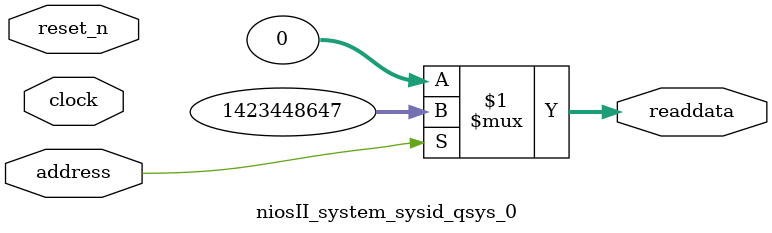
<source format=v>

`timescale 1ns / 1ps
// synthesis translate_on

// turn off superfluous verilog processor warnings 
// altera message_level Level1 
// altera message_off 10034 10035 10036 10037 10230 10240 10030 

module niosII_system_sysid_qsys_0 (
               // inputs:
                address,
                clock,
                reset_n,

               // outputs:
                readdata
             )
;

  output  [ 31: 0] readdata;
  input            address;
  input            clock;
  input            reset_n;

  wire    [ 31: 0] readdata;
  //control_slave, which is an e_avalon_slave
  assign readdata = address ? 1423448647 : 0;

endmodule




</source>
